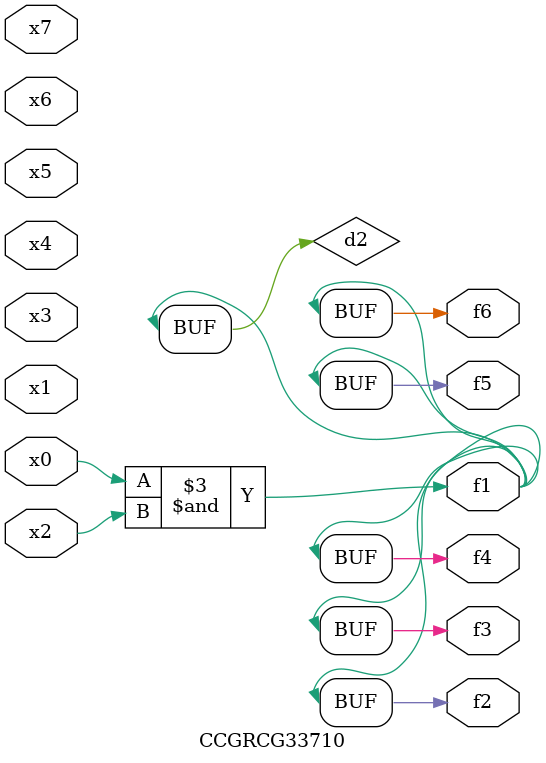
<source format=v>
module CCGRCG33710(
	input x0, x1, x2, x3, x4, x5, x6, x7,
	output f1, f2, f3, f4, f5, f6
);

	wire d1, d2;

	nor (d1, x3, x6);
	and (d2, x0, x2);
	assign f1 = d2;
	assign f2 = d2;
	assign f3 = d2;
	assign f4 = d2;
	assign f5 = d2;
	assign f6 = d2;
endmodule

</source>
